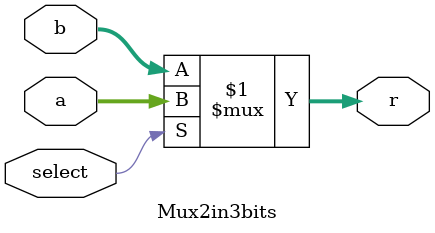
<source format=v>
module Mux2in3bits(
    input wire [2:0]a, 
    input wire [2:0]b,
    input wire select,
    output wire [2:0]r
);

assign r = select ? a : b;

endmodule
</source>
